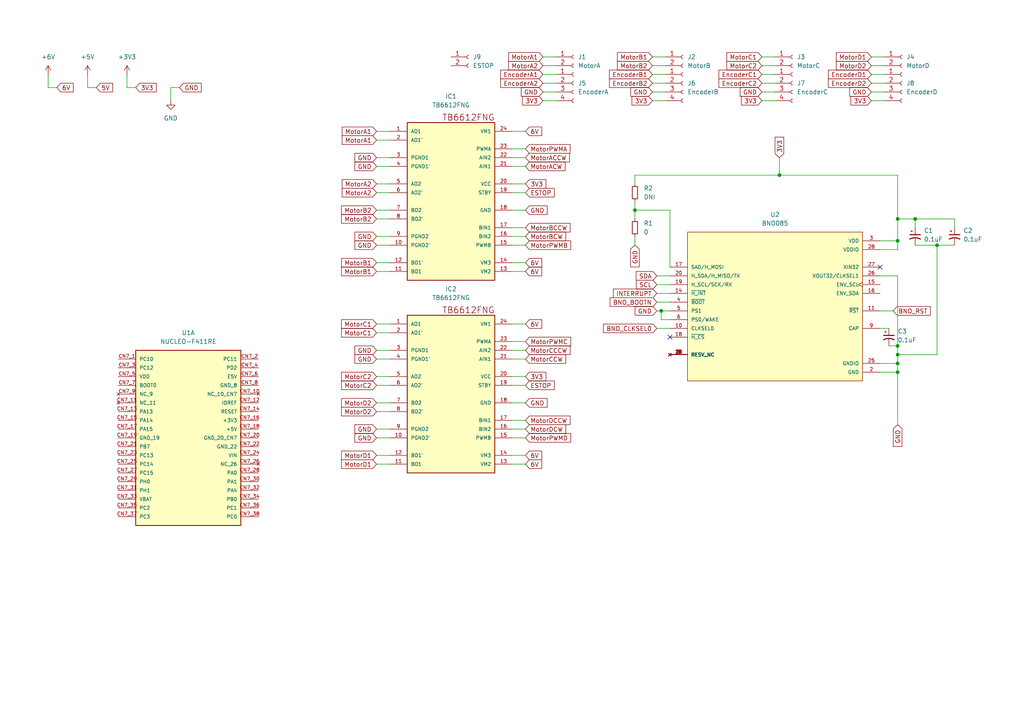
<source format=kicad_sch>
(kicad_sch (version 20231120) (generator "eeschema") (generator_version "8.0")
  (paper "A4")
  (lib_symbols
    (symbol "BNO085:BNO085" (pin_names (offset 1.016))
      (property "Reference" "U" (at -25.4 21.59 0))
      (property "Value" "BNO085" (at -25.4 -25.4 0))
      (symbol "BNO085_0_0"
        (rectangle (start -25.4 -22.86) (end 25.4 20.32) (stroke (width 0.1524)) (fill (type background)))
        (pin no_connect line (at -30.48 -15.24 0) (length 5.08) (name "RESV_NC") (number "1"))
        (pin input line (at -30.48 -7.62 0) (length 5.08) (name "CLKSEL0") (number "10"))
        (pin input line (at 30.48 -2.54 180) (length 5.08) (name "~{RST}") (number "11"))
        (pin no_connect line (at -30.48 -15.24 0) (length 5.08) (name "RESV_NC") (number "12"))
        (pin no_connect line (at -30.48 -15.24 0) (length 5.08) (name "RESV_NC") (number "13"))
        (pin output line (at -30.48 2.54 0) (length 5.08) (name "~{H_INT}") (number "14"))
        (pin bidirectional clock (at 30.48 5.08 180) (length 5.08) (name "ENV_SCL") (number "15"))
        (pin bidirectional line (at 30.48 2.54 180) (length 5.08) (name "ENV_SDA") (number "16"))
        (pin input line (at -30.48 10.16 0) (length 5.08) (name "SA0/H_MOSI") (number "17"))
        (pin input line (at -30.48 -10.16 0) (length 5.08) (name "~{H_CS}") (number "18"))
        (pin bidirectional line (at -30.48 5.08 0) (length 5.08) (name "H_SCL/SCK/RX") (number "19"))
        (pin power_in line (at 30.48 -20.32 180) (length 5.08) (name "GND") (number "2"))
        (pin bidirectional line (at -30.48 7.62 0) (length 5.08) (name "H_SDA/H_MISO/TX") (number "20"))
        (pin no_connect line (at -30.48 -15.24 0) (length 5.08) (name "RESV_NC") (number "21"))
        (pin no_connect line (at -30.48 -15.24 0) (length 5.08) (name "RESV_NC") (number "22"))
        (pin no_connect line (at -30.48 -15.24 0) (length 5.08) (name "RESV_NC") (number "23"))
        (pin no_connect line (at -30.48 -15.24 0) (length 5.08) (name "RESV_NC") (number "24"))
        (pin power_in line (at 30.48 -17.78 180) (length 5.08) (name "GNDIO") (number "25"))
        (pin output line (at 30.48 7.62 180) (length 5.08) (name "XOUT32/CLKSEL1") (number "26"))
        (pin input line (at 30.48 10.16 180) (length 5.08) (name "XIN32") (number "27"))
        (pin power_in line (at 30.48 15.24 180) (length 5.08) (name "VDDIO") (number "28"))
        (pin power_in line (at 30.48 17.78 180) (length 5.08) (name "VDD") (number "3"))
        (pin input line (at -30.48 0 0) (length 5.08) (name "~{BOOT}") (number "4"))
        (pin input line (at -30.48 -2.54 0) (length 5.08) (name "PS1") (number "5"))
        (pin input line (at -30.48 -5.08 0) (length 5.08) (name "PS0/WAKE") (number "6"))
        (pin no_connect line (at -30.48 -15.24 0) (length 5.08) (name "RESV_NC") (number "7"))
        (pin no_connect line (at -30.48 -15.24 0) (length 5.08) (name "RESV_NC") (number "8"))
        (pin passive line (at 30.48 -7.62 180) (length 5.08) (name "CAP") (number "9"))
      )
    )
    (symbol "Connector:Conn_01x02_Socket" (pin_names (offset 1.016) hide)
      (property "Reference" "J" (at 0 2.54 0))
      (property "Value" "Conn_01x02_Socket" (at 0 -5.08 0))
      (symbol "Conn_01x02_Socket_1_1"
        (arc (start 0 -2.032) (mid -0.5058 -2.54) (end 0 -3.048) (stroke (width 0.1524)))
        (polyline (pts (xy -1.27 -2.54) (xy -0.508 -2.54)) (stroke (width 0.1524)))
        (polyline (pts (xy -1.27 0) (xy -0.508 0)) (stroke (width 0.1524)))
        (arc (start 0 0.508) (mid -0.5058 0) (end 0 -0.508) (stroke (width 0.1524)))
        (pin passive line (at -5.08 0 0) (length 3.81) (name "Pin_1") (number "1"))
        (pin passive line (at -5.08 -2.54 0) (length 3.81) (name "Pin_2") (number "2"))
      )
    )
    (symbol "Connector:Conn_01x04_Socket" (pin_names (offset 1.016) hide)
      (property "Reference" "J" (at 0 5.08 0))
      (property "Value" "Conn_01x04_Socket" (at 0 -7.62 0))
      (symbol "Conn_01x04_Socket_1_1"
        (arc (start 0 -4.572) (mid -0.5058 -5.08) (end 0 -5.588) (stroke (width 0.1524)))
        (arc (start 0 -2.032) (mid -0.5058 -2.54) (end 0 -3.048) (stroke (width 0.1524)))
        (polyline (pts (xy -1.27 -5.08) (xy -0.508 -5.08)) (stroke (width 0.1524)))
        (polyline (pts (xy -1.27 -2.54) (xy -0.508 -2.54)) (stroke (width 0.1524)))
        (polyline (pts (xy -1.27 0) (xy -0.508 0)) (stroke (width 0.1524)))
        (polyline (pts (xy -1.27 2.54) (xy -0.508 2.54)) (stroke (width 0.1524)))
        (arc (start 0 0.508) (mid -0.5058 0) (end 0 -0.508) (stroke (width 0.1524)))
        (arc (start 0 3.048) (mid -0.5058 2.54) (end 0 2.032) (stroke (width 0.1524)))
        (pin passive line (at -5.08 2.54 0) (length 3.81) (name "Pin_1") (number "1"))
        (pin passive line (at -5.08 0 0) (length 3.81) (name "Pin_2") (number "2"))
        (pin passive line (at -5.08 -2.54 0) (length 3.81) (name "Pin_3") (number "3"))
        (pin passive line (at -5.08 -5.08 0) (length 3.81) (name "Pin_4") (number "4"))
      )
    )
    (symbol "Device:C_Polarized_Small_US" (pin_numbers hide) (pin_names (offset 0.254) hide)
      (property "Reference" "C" (at 0.254 1.778 0))
      (property "Value" "C_Polarized_Small_US" (at 0.254 -2.032 0))
      (symbol "C_Polarized_Small_US_0_1"
        (polyline (pts (xy -1.524 0.508) (xy 1.524 0.508)) (stroke (width 0.3048)))
        (polyline (pts (xy -1.27 1.524) (xy -0.762 1.524)))
        (polyline (pts (xy -1.016 1.27) (xy -1.016 1.778)))
        (arc (start 1.524 -0.762) (mid 0 -0.3734) (end -1.524 -0.762) (stroke (width 0.3048)))
      )
      (symbol "C_Polarized_Small_US_1_1"
        (pin passive line (at 0 2.54 270) (length 2.032) (name "~") (number "1"))
        (pin passive line (at 0 -2.54 90) (length 2.032) (name "~") (number "2"))
      )
    )
    (symbol "Device:R_Small" (pin_numbers hide) (pin_names (offset 0.254) hide)
      (property "Reference" "R" (at 0.762 0.508 0))
      (property "Value" "R_Small" (at 0.762 -1.016 0))
      (symbol "R_Small_0_1"
        (rectangle (start -0.762 1.778) (end 0.762 -1.778) (stroke (width 0.2032)))
      )
      (symbol "R_Small_1_1"
        (pin passive line (at 0 2.54 270) (length 0.762) (name "~") (number "1"))
        (pin passive line (at 0 -2.54 90) (length 0.762) (name "~") (number "2"))
      )
    )
    (symbol "NUCLEO-F411RE:NUCLEO-F411RE" (pin_names (offset 1.016))
      (property "Reference" "U" (at -15.24 25.908 0))
      (property "Value" "NUCLEO-F411RE" (at -15.24 -26.67 0))
      (symbol "NUCLEO-F411RE_1_0"
        (rectangle (start -15.24 -25.4) (end 15.24 25.4) (stroke (width 0.254)) (fill (type background)))
        (pin bidirectional line (at -20.32 22.86 0) (length 5.08) (name "PC10") (number "CN7_1"))
        (pin no_connect line (at 20.32 12.7 180) (length 5.08) (name "NC_10_CN7") (number "CN7_10"))
        (pin no_connect line (at -20.32 10.16 0) (length 5.08) (name "NC_11") (number "CN7_11"))
        (pin bidirectional line (at 20.32 10.16 180) (length 5.08) (name "IOREF") (number "CN7_12"))
        (pin bidirectional line (at -20.32 7.62 0) (length 5.08) (name "PA13") (number "CN7_13"))
        (pin bidirectional line (at 20.32 7.62 180) (length 5.08) (name "RESET") (number "CN7_14"))
        (pin bidirectional line (at -20.32 5.08 0) (length 5.08) (name "PA14") (number "CN7_15"))
        (pin power_in line (at 20.32 5.08 180) (length 5.08) (name "+3V3") (number "CN7_16"))
        (pin bidirectional line (at -20.32 2.54 0) (length 5.08) (name "PA15") (number "CN7_17"))
        (pin power_in line (at 20.32 2.54 180) (length 5.08) (name "+5V") (number "CN7_18"))
        (pin power_in line (at -20.32 0 0) (length 5.08) (name "GND_19") (number "CN7_19"))
        (pin bidirectional line (at 20.32 22.86 180) (length 5.08) (name "PC11") (number "CN7_2"))
        (pin power_in line (at 20.32 0 180) (length 5.08) (name "GND_20_CN7") (number "CN7_20"))
        (pin bidirectional line (at -20.32 -2.54 0) (length 5.08) (name "PB7") (number "CN7_21"))
        (pin power_in line (at 20.32 -2.54 180) (length 5.08) (name "GND_22") (number "CN7_22"))
        (pin bidirectional line (at -20.32 -5.08 0) (length 5.08) (name "PC13") (number "CN7_23"))
        (pin bidirectional line (at 20.32 -5.08 180) (length 5.08) (name "VIN") (number "CN7_24"))
        (pin bidirectional line (at -20.32 -7.62 0) (length 5.08) (name "PC14") (number "CN7_25"))
        (pin no_connect line (at 20.32 -7.62 180) (length 5.08) (name "NC_26") (number "CN7_26"))
        (pin bidirectional line (at -20.32 -10.16 0) (length 5.08) (name "PC15") (number "CN7_27"))
        (pin bidirectional line (at 20.32 -10.16 180) (length 5.08) (name "PA0") (number "CN7_28"))
        (pin bidirectional line (at -20.32 -12.7 0) (length 5.08) (name "PH0") (number "CN7_29"))
        (pin bidirectional line (at -20.32 20.32 0) (length 5.08) (name "PC12") (number "CN7_3"))
        (pin bidirectional line (at 20.32 -12.7 180) (length 5.08) (name "PA1") (number "CN7_30"))
        (pin bidirectional line (at -20.32 -15.24 0) (length 5.08) (name "PH1") (number "CN7_31"))
        (pin bidirectional line (at 20.32 -15.24 180) (length 5.08) (name "PA4") (number "CN7_32"))
        (pin power_in line (at -20.32 -17.78 0) (length 5.08) (name "VBAT") (number "CN7_33"))
        (pin bidirectional line (at 20.32 -17.78 180) (length 5.08) (name "PB0") (number "CN7_34"))
        (pin bidirectional line (at -20.32 -20.32 0) (length 5.08) (name "PC2") (number "CN7_35"))
        (pin bidirectional line (at 20.32 -20.32 180) (length 5.08) (name "PC1") (number "CN7_36"))
        (pin bidirectional line (at -20.32 -22.86 0) (length 5.08) (name "PC3") (number "CN7_37"))
        (pin bidirectional line (at 20.32 -22.86 180) (length 5.08) (name "PC0") (number "CN7_38"))
        (pin bidirectional line (at 20.32 20.32 180) (length 5.08) (name "PD2") (number "CN7_4"))
        (pin power_in line (at -20.32 17.78 0) (length 5.08) (name "VDD") (number "CN7_5"))
        (pin power_in line (at 20.32 17.78 180) (length 5.08) (name "E5V") (number "CN7_6"))
        (pin bidirectional line (at -20.32 15.24 0) (length 5.08) (name "BOOT0") (number "CN7_7"))
        (pin power_in line (at 20.32 15.24 180) (length 5.08) (name "GND_8") (number "CN7_8"))
        (pin no_connect line (at -20.32 12.7 0) (length 5.08) (name "NC_9") (number "CN7_9"))
      )
      (symbol "NUCLEO-F411RE_2_0"
        (rectangle (start -15.24 -25.4) (end 15.24 25.4) (stroke (width 0.254)) (fill (type background)))
        (pin bidirectional line (at -20.32 22.86 0) (length 5.08) (name "PC9") (number "CN10_1"))
        (pin no_connect line (at 20.32 12.7 180) (length 5.08) (name "NC_10_CN10") (number "CN10_10"))
        (pin bidirectional line (at -20.32 10.16 0) (length 5.08) (name "PA5") (number "CN10_11"))
        (pin bidirectional line (at 20.32 10.16 180) (length 5.08) (name "PA12") (number "CN10_12"))
        (pin bidirectional line (at -20.32 7.62 0) (length 5.08) (name "PA6") (number "CN10_13"))
        (pin bidirectional line (at 20.32 7.62 180) (length 5.08) (name "PA11") (number "CN10_14"))
        (pin bidirectional line (at -20.32 5.08 0) (length 5.08) (name "PA7") (number "CN10_15"))
        (pin bidirectional line (at 20.32 5.08 180) (length 5.08) (name "PB12") (number "CN10_16"))
        (pin bidirectional line (at -20.32 2.54 0) (length 5.08) (name "PB6") (number "CN10_17"))
        (pin no_connect line (at 20.32 2.54 180) (length 5.08) (name "NC_18") (number "CN10_18"))
        (pin bidirectional line (at -20.32 0 0) (length 5.08) (name "PC7") (number "CN10_19"))
        (pin bidirectional line (at 20.32 22.86 180) (length 5.08) (name "PC8") (number "CN10_2"))
        (pin power_in line (at 20.32 0 180) (length 5.08) (name "GND_20_CN10") (number "CN10_20"))
        (pin bidirectional line (at -20.32 -2.54 0) (length 5.08) (name "PA9") (number "CN10_21"))
        (pin bidirectional line (at 20.32 -2.54 180) (length 5.08) (name "PB2") (number "CN10_22"))
        (pin bidirectional line (at -20.32 -5.08 0) (length 5.08) (name "PA8") (number "CN10_23"))
        (pin bidirectional line (at 20.32 -5.08 180) (length 5.08) (name "PB1") (number "CN10_24"))
        (pin bidirectional line (at -20.32 -7.62 0) (length 5.08) (name "PB10") (number "CN10_25"))
        (pin bidirectional line (at 20.32 -7.62 180) (length 5.08) (name "PB15") (number "CN10_26"))
        (pin bidirectional line (at -20.32 -10.16 0) (length 5.08) (name "PB4") (number "CN10_27"))
        (pin bidirectional line (at 20.32 -10.16 180) (length 5.08) (name "PB14") (number "CN10_28"))
        (pin bidirectional line (at -20.32 -12.7 0) (length 5.08) (name "PB5") (number "CN10_29"))
        (pin bidirectional line (at -20.32 20.32 0) (length 5.08) (name "PB8") (number "CN10_3"))
        (pin bidirectional line (at 20.32 -12.7 180) (length 5.08) (name "PB13") (number "CN10_30"))
        (pin bidirectional line (at -20.32 -15.24 0) (length 5.08) (name "PB3") (number "CN10_31"))
        (pin power_in line (at 20.32 -15.24 180) (length 5.08) (name "AGND") (number "CN10_32"))
        (pin bidirectional line (at -20.32 -17.78 0) (length 5.08) (name "PA10") (number "CN10_33"))
        (pin bidirectional line (at 20.32 -17.78 180) (length 5.08) (name "PC4") (number "CN10_34"))
        (pin bidirectional line (at -20.32 -20.32 0) (length 5.08) (name "PA2") (number "CN10_35"))
        (pin no_connect line (at 20.32 -20.32 180) (length 5.08) (name "NC_36") (number "CN10_36"))
        (pin bidirectional line (at -20.32 -22.86 0) (length 5.08) (name "PA3") (number "CN10_37"))
        (pin no_connect line (at 20.32 -22.86 180) (length 5.08) (name "NC_38") (number "CN10_38"))
        (pin bidirectional line (at 20.32 20.32 180) (length 5.08) (name "PC6") (number "CN10_4"))
        (pin bidirectional line (at -20.32 17.78 0) (length 5.08) (name "PB9") (number "CN10_5"))
        (pin bidirectional line (at 20.32 17.78 180) (length 5.08) (name "PC5") (number "CN10_6"))
        (pin power_in line (at -20.32 15.24 0) (length 5.08) (name "AVDD") (number "CN10_7"))
        (pin power_in line (at 20.32 15.24 180) (length 5.08) (name "U5V") (number "CN10_8"))
        (pin power_in line (at -20.32 12.7 0) (length 5.08) (name "GND_9") (number "CN10_9"))
      )
      (symbol "NUCLEO-F411RE_3_0"
        (rectangle (start -15.24 -5.08) (end 15.24 2.54) (stroke (width 0.254)) (fill (type background)))
        (pin passive line (at -20.32 0 0) (length 5.08) (name "CN11_1") (number "CN11_1"))
        (pin passive line (at -20.32 -2.54 0) (length 5.08) (name "CN11_2") (number "CN11_2"))
        (pin passive line (at 20.32 0 180) (length 5.08) (name "CN12_1") (number "CN12_1"))
        (pin passive line (at 20.32 -2.54 180) (length 5.08) (name "CN12_2") (number "CN12_2"))
      )
    )
    (symbol "TB6612FNG:TB6612FNG" (pin_names (offset 1.016))
      (property "Reference" "IC" (at -2.54 -25.4 0))
      (property "Value" "TB6612FNG" (at 0 0 0))
      (symbol "TB6612FNG_0_0"
        (rectangle (start -12.7 -22.86) (end 12.7 22.86) (stroke (width 0.254)) (fill (type background)))
        (text "TB6612FNG" (at 12.7 25.4 0) (effects (font (size 1.778 1.778)) (justify right top)))
        (pin output line (at -17.78 20.32 0) (length 5.08) (name "AO1") (number "1"))
        (pin power_in line (at -17.78 -12.7 0) (length 5.08) (name "PGND2'") (number "10"))
        (pin output line (at -17.78 -20.32 0) (length 5.08) (name "BO1") (number "11"))
        (pin output line (at -17.78 -17.78 0) (length 5.08) (name "BO1'") (number "12"))
        (pin power_in line (at 17.78 -20.32 180) (length 5.08) (name "VM2") (number "13"))
        (pin power_in line (at 17.78 -17.78 180) (length 5.08) (name "VM3") (number "14"))
        (pin input line (at 17.78 -12.7 180) (length 5.08) (name "PWMB") (number "15"))
        (pin input line (at 17.78 -10.16 180) (length 5.08) (name "BIN2") (number "16"))
        (pin input line (at 17.78 -7.62 180) (length 5.08) (name "BIN1") (number "17"))
        (pin power_in line (at 17.78 -2.54 180) (length 5.08) (name "GND") (number "18"))
        (pin input line (at 17.78 2.54 180) (length 5.08) (name "STBY") (number "19"))
        (pin output line (at -17.78 17.78 0) (length 5.08) (name "AO1'") (number "2"))
        (pin power_in line (at 17.78 5.08 180) (length 5.08) (name "VCC") (number "20"))
        (pin input line (at 17.78 10.16 180) (length 5.08) (name "AIN1") (number "21"))
        (pin input line (at 17.78 12.7 180) (length 5.08) (name "AIN2") (number "22"))
        (pin input line (at 17.78 15.24 180) (length 5.08) (name "PWMA") (number "23"))
        (pin power_in line (at 17.78 20.32 180) (length 5.08) (name "VM1") (number "24"))
        (pin power_in line (at -17.78 12.7 0) (length 5.08) (name "PGND1") (number "3"))
        (pin power_in line (at -17.78 10.16 0) (length 5.08) (name "PGND1'") (number "4"))
        (pin output line (at -17.78 5.08 0) (length 5.08) (name "AO2") (number "5"))
        (pin output line (at -17.78 2.54 0) (length 5.08) (name "AO2'") (number "6"))
        (pin output line (at -17.78 -2.54 0) (length 5.08) (name "BO2") (number "7"))
        (pin output line (at -17.78 -5.08 0) (length 5.08) (name "BO2'") (number "8"))
        (pin power_in line (at -17.78 -10.16 0) (length 5.08) (name "PGND2") (number "9"))
      )
    )
    (symbol "power:+3V3" (power) (pin_numbers hide) (pin_names (offset 0) hide)
      (property "Value" "+3V3" (at 0 3.556 0))
      (symbol "+3V3_0_1"
        (polyline (pts (xy -0.762 1.27) (xy 0 2.54)))
        (polyline (pts (xy 0 0) (xy 0 2.54)))
        (polyline (pts (xy 0 2.54) (xy 0.762 1.27)))
      )
      (symbol "+3V3_1_1"
        (pin power_in line (at 0 0 90) (length 0) (name "~") (number "1"))
      )
    )
    (symbol "power:+5V" (power) (pin_numbers hide) (pin_names (offset 0) hide)
      (property "Value" "+5V" (at 0 3.556 0))
      (symbol "+5V_0_1"
        (polyline (pts (xy -0.762 1.27) (xy 0 2.54)))
        (polyline (pts (xy 0 0) (xy 0 2.54)))
        (polyline (pts (xy 0 2.54) (xy 0.762 1.27)))
      )
      (symbol "+5V_1_1"
        (pin power_in line (at 0 0 90) (length 0) (name "~") (number "1"))
      )
    )
    (symbol "power:+6V" (power) (pin_numbers hide) (pin_names (offset 0) hide)
      (property "Value" "+6V" (at 0 3.556 0))
      (symbol "+6V_0_1"
        (polyline (pts (xy -0.762 1.27) (xy 0 2.54)))
        (polyline (pts (xy 0 0) (xy 0 2.54)))
        (polyline (pts (xy 0 2.54) (xy 0.762 1.27)))
      )
      (symbol "+6V_1_1"
        (pin power_in line (at 0 0 90) (length 0) (name "~") (number "1"))
      )
    )
    (symbol "power:GND" (power) (pin_numbers hide) (pin_names (offset 0) hide)
      (property "Value" "GND" (at 0 -3.81 0))
      (symbol "GND_0_1"
        (polyline (pts (xy 0 0) (xy 0 -1.27) (xy 1.27 -1.27) (xy 0 -2.54) (xy -1.27 -1.27) (xy 0 -1.27)))
      )
      (symbol "GND_1_1"
        (pin power_in line (at 0 0 270) (length 0) (name "~") (number "1"))
      )
    )
  )
  (junction (at 260.35 107.95))
  (junction (at 260.35 105.41))
  (junction (at 265.43 63.5))
  (junction (at 260.35 69.85))
  (junction (at 184.15 60.96))
  (junction (at 260.35 100.33))
  (junction (at 260.35 102.87))
  (junction (at 260.35 63.5))
  (junction (at 271.78 71.12))
  (junction (at 226.06 50.8))
  (junction (at 191.77 90.17))
  (no_connect (at 194.31 97.79))
  (no_connect (at 255.27 77.47))
  (wire (pts (xy 252.73 21.59) (xy 256.54 21.59)))
  (wire (pts (xy 276.86 63.5) (xy 265.43 63.5)))
  (wire (pts (xy 157.48 19.05) (xy 161.29 19.05)))
  (wire (pts (xy 109.22 63.5) (xy 113.03 63.5)))
  (wire (pts (xy 157.48 29.21) (xy 161.29 29.21)))
  (wire (pts (xy 189.23 26.67) (xy 193.04 26.67)))
  (wire (pts (xy 13.97 25.4) (xy 16.51 25.4)))
  (wire (pts (xy 109.22 127) (xy 113.03 127)))
  (wire (pts (xy 152.4 68.58) (xy 148.59 68.58)))
  (wire (pts (xy 109.22 78.74) (xy 113.03 78.74)))
  (wire (pts (xy 265.43 71.12) (xy 271.78 71.12)))
  (wire (pts (xy 109.22 124.46) (xy 113.03 124.46)))
  (wire (pts (xy 226.06 50.8) (xy 260.35 50.8)))
  (wire (pts (xy 152.4 55.88) (xy 148.59 55.88)))
  (wire (pts (xy 152.4 99.06) (xy 148.59 99.06)))
  (wire (pts (xy 255.27 107.95) (xy 260.35 107.95)))
  (wire (pts (xy 220.98 26.67) (xy 224.79 26.67)))
  (wire (pts (xy 194.31 60.96) (xy 184.15 60.96)))
  (wire (pts (xy 152.4 104.14) (xy 148.59 104.14)))
  (wire (pts (xy 190.5 95.25) (xy 194.31 95.25)))
  (wire (pts (xy 271.78 102.87) (xy 260.35 102.87)))
  (wire (pts (xy 255.27 105.41) (xy 260.35 105.41)))
  (wire (pts (xy 255.27 90.17) (xy 259.08 90.17)))
  (wire (pts (xy 152.4 101.6) (xy 148.59 101.6)))
  (wire (pts (xy 226.06 45.72) (xy 226.06 50.8)))
  (wire (pts (xy 260.35 107.95) (xy 260.35 123.19)))
  (wire (pts (xy 109.22 38.1) (xy 113.03 38.1)))
  (wire (pts (xy 109.22 68.58) (xy 113.03 68.58)))
  (wire (pts (xy 25.4 21.59) (xy 25.4 25.4)))
  (wire (pts (xy 152.4 111.76) (xy 148.59 111.76)))
  (wire (pts (xy 109.22 134.62) (xy 113.03 134.62)))
  (wire (pts (xy 191.77 92.71) (xy 191.77 90.17)))
  (wire (pts (xy 194.31 77.47) (xy 194.31 60.96)))
  (wire (pts (xy 220.98 29.21) (xy 224.79 29.21)))
  (wire (pts (xy 257.81 100.33) (xy 260.35 100.33)))
  (wire (pts (xy 255.27 80.01) (xy 260.35 80.01)))
  (wire (pts (xy 109.22 109.22) (xy 113.03 109.22)))
  (wire (pts (xy 260.35 80.01) (xy 260.35 100.33)))
  (wire (pts (xy 265.43 66.04) (xy 265.43 63.5)))
  (wire (pts (xy 36.83 25.4) (xy 36.83 21.59)))
  (wire (pts (xy 255.27 95.25) (xy 257.81 95.25)))
  (wire (pts (xy 152.4 43.18) (xy 148.59 43.18)))
  (wire (pts (xy 252.73 26.67) (xy 256.54 26.67)))
  (wire (pts (xy 152.4 53.34) (xy 148.59 53.34)))
  (wire (pts (xy 109.22 71.12) (xy 113.03 71.12)))
  (wire (pts (xy 152.4 48.26) (xy 148.59 48.26)))
  (wire (pts (xy 152.4 127) (xy 148.59 127)))
  (wire (pts (xy 260.35 69.85) (xy 260.35 63.5)))
  (wire (pts (xy 13.97 21.59) (xy 13.97 25.4)))
  (wire (pts (xy 260.35 102.87) (xy 260.35 105.41)))
  (wire (pts (xy 152.4 121.92) (xy 148.59 121.92)))
  (wire (pts (xy 184.15 50.8) (xy 184.15 53.34)))
  (wire (pts (xy 109.22 104.14) (xy 113.03 104.14)))
  (wire (pts (xy 152.4 124.46) (xy 148.59 124.46)))
  (wire (pts (xy 152.4 60.96) (xy 148.59 60.96)))
  (wire (pts (xy 157.48 21.59) (xy 161.29 21.59)))
  (wire (pts (xy 260.35 63.5) (xy 265.43 63.5)))
  (wire (pts (xy 184.15 58.42) (xy 184.15 60.96)))
  (wire (pts (xy 157.48 26.67) (xy 161.29 26.67)))
  (wire (pts (xy 157.48 16.51) (xy 161.29 16.51)))
  (wire (pts (xy 255.27 72.39) (xy 260.35 72.39)))
  (wire (pts (xy 189.23 29.21) (xy 193.04 29.21)))
  (wire (pts (xy 109.22 111.76) (xy 113.03 111.76)))
  (wire (pts (xy 109.22 48.26) (xy 113.03 48.26)))
  (wire (pts (xy 152.4 93.98) (xy 148.59 93.98)))
  (wire (pts (xy 271.78 71.12) (xy 276.86 71.12)))
  (wire (pts (xy 109.22 101.6) (xy 113.03 101.6)))
  (wire (pts (xy 109.22 53.34) (xy 113.03 53.34)))
  (wire (pts (xy 152.4 38.1) (xy 148.59 38.1)))
  (wire (pts (xy 152.4 116.84) (xy 148.59 116.84)))
  (wire (pts (xy 109.22 96.52) (xy 113.03 96.52)))
  (wire (pts (xy 190.5 85.09) (xy 194.31 85.09)))
  (wire (pts (xy 220.98 21.59) (xy 224.79 21.59)))
  (wire (pts (xy 190.5 80.01) (xy 194.31 80.01)))
  (wire (pts (xy 260.35 72.39) (xy 260.35 69.85)))
  (wire (pts (xy 109.22 60.96) (xy 113.03 60.96)))
  (wire (pts (xy 194.31 92.71) (xy 191.77 92.71)))
  (wire (pts (xy 109.22 116.84) (xy 113.03 116.84)))
  (wire (pts (xy 39.37 25.4) (xy 36.83 25.4)))
  (wire (pts (xy 49.53 25.4) (xy 52.07 25.4)))
  (wire (pts (xy 260.35 100.33) (xy 260.35 102.87)))
  (wire (pts (xy 49.53 29.21) (xy 49.53 25.4)))
  (wire (pts (xy 152.4 78.74) (xy 148.59 78.74)))
  (wire (pts (xy 152.4 76.2) (xy 148.59 76.2)))
  (wire (pts (xy 152.4 71.12) (xy 148.59 71.12)))
  (wire (pts (xy 252.73 24.13) (xy 256.54 24.13)))
  (wire (pts (xy 152.4 109.22) (xy 148.59 109.22)))
  (wire (pts (xy 220.98 24.13) (xy 224.79 24.13)))
  (wire (pts (xy 255.27 69.85) (xy 260.35 69.85)))
  (wire (pts (xy 109.22 76.2) (xy 113.03 76.2)))
  (wire (pts (xy 189.23 21.59) (xy 193.04 21.59)))
  (wire (pts (xy 276.86 66.04) (xy 276.86 63.5)))
  (wire (pts (xy 252.73 19.05) (xy 256.54 19.05)))
  (wire (pts (xy 184.15 60.96) (xy 184.15 63.5)))
  (wire (pts (xy 190.5 90.17) (xy 191.77 90.17)))
  (wire (pts (xy 109.22 55.88) (xy 113.03 55.88)))
  (wire (pts (xy 157.48 24.13) (xy 161.29 24.13)))
  (wire (pts (xy 109.22 93.98) (xy 113.03 93.98)))
  (wire (pts (xy 190.5 82.55) (xy 194.31 82.55)))
  (wire (pts (xy 220.98 16.51) (xy 224.79 16.51)))
  (wire (pts (xy 152.4 132.08) (xy 148.59 132.08)))
  (wire (pts (xy 109.22 119.38) (xy 113.03 119.38)))
  (wire (pts (xy 189.23 24.13) (xy 193.04 24.13)))
  (wire (pts (xy 271.78 71.12) (xy 271.78 102.87)))
  (wire (pts (xy 189.23 19.05) (xy 193.04 19.05)))
  (wire (pts (xy 260.35 50.8) (xy 260.35 63.5)))
  (wire (pts (xy 189.23 16.51) (xy 193.04 16.51)))
  (wire (pts (xy 184.15 68.58) (xy 184.15 71.12)))
  (wire (pts (xy 109.22 40.64) (xy 113.03 40.64)))
  (wire (pts (xy 252.73 29.21) (xy 256.54 29.21)))
  (wire (pts (xy 109.22 45.72) (xy 113.03 45.72)))
  (wire (pts (xy 220.98 19.05) (xy 224.79 19.05)))
  (wire (pts (xy 191.77 90.17) (xy 194.31 90.17)))
  (wire (pts (xy 260.35 105.41) (xy 260.35 107.95)))
  (wire (pts (xy 152.4 45.72) (xy 148.59 45.72)))
  (wire (pts (xy 190.5 87.63) (xy 194.31 87.63)))
  (wire (pts (xy 152.4 134.62) (xy 148.59 134.62)))
  (wire (pts (xy 184.15 50.8) (xy 226.06 50.8)))
  (wire (pts (xy 252.73 16.51) (xy 256.54 16.51)))
  (wire (pts (xy 152.4 66.04) (xy 148.59 66.04)))
  (wire (pts (xy 109.22 132.08) (xy 113.03 132.08)))
  (wire (pts (xy 25.4 25.4) (xy 27.94 25.4)))
  (global_label "MotorD2" (shape input) (at 109.22 119.38 180) (property "Intersheetrefs" "${INTERSHEET_REFS}" (effects (hide yes))))
  (global_label "GND" (shape input) (at 260.35 123.19 270) (property "Intersheetrefs" "${INTERSHEET_REFS}" (effects (hide yes))))
  (global_label "3V3" (shape input) (at 152.4 109.22 0) (property "Intersheetrefs" "${INTERSHEET_REFS}" (effects (hide yes))))
  (global_label "MotorBCCW" (shape input) (at 152.4 66.04 0) (property "Intersheetrefs" "${INTERSHEET_REFS}" (effects (hide yes))))
  (global_label "GND" (shape input) (at 109.22 48.26 180) (property "Intersheetrefs" "${INTERSHEET_REFS}" (effects (hide yes))))
  (global_label "MotorB2" (shape input) (at 109.22 60.96 180) (property "Intersheetrefs" "${INTERSHEET_REFS}" (effects (hide yes))))
  (global_label "5V" (shape input) (at 27.94 25.4 0) (property "Intersheetrefs" "${INTERSHEET_REFS}" (effects (hide yes))))
  (global_label "EncoderC1" (shape input) (at 220.98 21.59 180) (property "Intersheetrefs" "${INTERSHEET_REFS}" (effects (hide yes))))
  (global_label "3V3" (shape input) (at 39.37 25.4 0) (property "Intersheetrefs" "${INTERSHEET_REFS}" (effects (hide yes))))
  (global_label "SDA" (shape input) (at 190.5 80.01 180) (property "Intersheetrefs" "${INTERSHEET_REFS}" (effects (hide yes))))
  (global_label "6V" (shape input) (at 152.4 76.2 0) (property "Intersheetrefs" "${INTERSHEET_REFS}" (effects (hide yes))))
  (global_label "MotorDCCW" (shape input) (at 152.4 121.92 0) (property "Intersheetrefs" "${INTERSHEET_REFS}" (effects (hide yes))))
  (global_label "EncoderC2" (shape input) (at 220.98 24.13 180) (property "Intersheetrefs" "${INTERSHEET_REFS}" (effects (hide yes))))
  (global_label "MotorC1" (shape input) (at 109.22 96.52 180) (property "Intersheetrefs" "${INTERSHEET_REFS}" (effects (hide yes))))
  (global_label "MotorCCW" (shape input) (at 152.4 104.14 0) (property "Intersheetrefs" "${INTERSHEET_REFS}" (effects (hide yes))))
  (global_label "SCL" (shape input) (at 190.5 82.55 180) (property "Intersheetrefs" "${INTERSHEET_REFS}" (effects (hide yes))))
  (global_label "MotorD2" (shape input) (at 109.22 116.84 180) (property "Intersheetrefs" "${INTERSHEET_REFS}" (effects (hide yes))))
  (global_label "MotorD1" (shape input) (at 252.73 16.51 180) (property "Intersheetrefs" "${INTERSHEET_REFS}" (effects (hide yes))))
  (global_label "MotorA2" (shape input) (at 109.22 55.88 180) (property "Intersheetrefs" "${INTERSHEET_REFS}" (effects (hide yes))))
  (global_label "MotorCCCW" (shape input) (at 152.4 101.6 0) (property "Intersheetrefs" "${INTERSHEET_REFS}" (effects (hide yes))))
  (global_label "3V3" (shape input) (at 189.23 29.21 180) (property "Intersheetrefs" "${INTERSHEET_REFS}" (effects (hide yes))))
  (global_label "ESTOP" (shape input) (at 152.4 111.76 0) (property "Intersheetrefs" "${INTERSHEET_REFS}" (effects (hide yes))))
  (global_label "BNO_CLKSEL0" (shape input) (at 190.5 95.25 180) (property "Intersheetrefs" "${INTERSHEET_REFS}" (effects (hide yes))))
  (global_label "MotorB1" (shape input) (at 109.22 76.2 180) (property "Intersheetrefs" "${INTERSHEET_REFS}" (effects (hide yes))))
  (global_label "MotorDCW" (shape input) (at 152.4 124.46 0) (property "Intersheetrefs" "${INTERSHEET_REFS}" (effects (hide yes))))
  (global_label "GND" (shape input) (at 252.73 26.67 180) (property "Intersheetrefs" "${INTERSHEET_REFS}" (effects (hide yes))))
  (global_label "MotorB2" (shape input) (at 109.22 63.5 180) (property "Intersheetrefs" "${INTERSHEET_REFS}" (effects (hide yes))))
  (global_label "EncoderD1" (shape input) (at 252.73 21.59 180) (property "Intersheetrefs" "${INTERSHEET_REFS}" (effects (hide yes))))
  (global_label "MotorACCW" (shape input) (at 152.4 45.72 0) (property "Intersheetrefs" "${INTERSHEET_REFS}" (effects (hide yes))))
  (global_label "GND" (shape input) (at 220.98 26.67 180) (property "Intersheetrefs" "${INTERSHEET_REFS}" (effects (hide yes))))
  (global_label "3V3" (shape input) (at 157.48 29.21 180) (property "Intersheetrefs" "${INTERSHEET_REFS}" (effects (hide yes))))
  (global_label "6V" (shape input) (at 152.4 93.98 0) (property "Intersheetrefs" "${INTERSHEET_REFS}" (effects (hide yes))))
  (global_label "EncoderB2" (shape input) (at 189.23 24.13 180) (property "Intersheetrefs" "${INTERSHEET_REFS}" (effects (hide yes))))
  (global_label "INTERRUPT" (shape input) (at 190.5 85.09 180) (property "Intersheetrefs" "${INTERSHEET_REFS}" (effects (hide yes))))
  (global_label "BNO_RST" (shape input) (at 259.08 90.17 0) (property "Intersheetrefs" "${INTERSHEET_REFS}" (effects (hide yes))))
  (global_label "MotorC2" (shape input) (at 109.22 109.22 180) (property "Intersheetrefs" "${INTERSHEET_REFS}" (effects (hide yes))))
  (global_label "GND" (shape input) (at 184.15 71.12 270) (property "Intersheetrefs" "${INTERSHEET_REFS}" (effects (hide yes))))
  (global_label "MotorD1" (shape input) (at 109.22 134.62 180) (property "Intersheetrefs" "${INTERSHEET_REFS}" (effects (hide yes))))
  (global_label "6V" (shape input) (at 152.4 134.62 0) (property "Intersheetrefs" "${INTERSHEET_REFS}" (effects (hide yes))))
  (global_label "MotorPWMC" (shape input) (at 152.4 99.06 0) (property "Intersheetrefs" "${INTERSHEET_REFS}" (effects (hide yes))))
  (global_label "MotorBCW" (shape input) (at 152.4 68.58 0) (property "Intersheetrefs" "${INTERSHEET_REFS}" (effects (hide yes))))
  (global_label "MotorC2" (shape input) (at 220.98 19.05 180) (property "Intersheetrefs" "${INTERSHEET_REFS}" (effects (hide yes))))
  (global_label "MotorD1" (shape input) (at 109.22 132.08 180) (property "Intersheetrefs" "${INTERSHEET_REFS}" (effects (hide yes))))
  (global_label "BNO_BOOTN" (shape input) (at 190.5 87.63 180) (property "Intersheetrefs" "${INTERSHEET_REFS}" (effects (hide yes))))
  (global_label "MotorB1" (shape input) (at 109.22 78.74 180) (property "Intersheetrefs" "${INTERSHEET_REFS}" (effects (hide yes))))
  (global_label "GND" (shape input) (at 52.07 25.4 0) (property "Intersheetrefs" "${INTERSHEET_REFS}" (effects (hide yes))))
  (global_label "MotorA1" (shape input) (at 109.22 40.64 180) (property "Intersheetrefs" "${INTERSHEET_REFS}" (effects (hide yes))))
  (global_label "6V" (shape input) (at 152.4 38.1 0) (property "Intersheetrefs" "${INTERSHEET_REFS}" (effects (hide yes))))
  (global_label "3V3" (shape input) (at 152.4 53.34 0) (property "Intersheetrefs" "${INTERSHEET_REFS}" (effects (hide yes))))
  (global_label "3V3" (shape input) (at 220.98 29.21 180) (property "Intersheetrefs" "${INTERSHEET_REFS}" (effects (hide yes))))
  (global_label "6V" (shape input) (at 152.4 132.08 0) (property "Intersheetrefs" "${INTERSHEET_REFS}" (effects (hide yes))))
  (global_label "GND" (shape input) (at 109.22 68.58 180) (property "Intersheetrefs" "${INTERSHEET_REFS}" (effects (hide yes))))
  (global_label "MotorA1" (shape input) (at 157.48 16.51 180) (property "Intersheetrefs" "${INTERSHEET_REFS}" (effects (hide yes))))
  (global_label "6V" (shape input) (at 16.51 25.4 0) (property "Intersheetrefs" "${INTERSHEET_REFS}" (effects (hide yes))))
  (global_label "EncoderA1" (shape input) (at 157.48 21.59 180) (property "Intersheetrefs" "${INTERSHEET_REFS}" (effects (hide yes))))
  (global_label "GND" (shape input) (at 109.22 101.6 180) (property "Intersheetrefs" "${INTERSHEET_REFS}" (effects (hide yes))))
  (global_label "MotorC2" (shape input) (at 109.22 111.76 180) (property "Intersheetrefs" "${INTERSHEET_REFS}" (effects (hide yes))))
  (global_label "GND" (shape input) (at 157.48 26.67 180) (property "Intersheetrefs" "${INTERSHEET_REFS}" (effects (hide yes))))
  (global_label "MotorB1" (shape input) (at 189.23 16.51 180) (property "Intersheetrefs" "${INTERSHEET_REFS}" (effects (hide yes))))
  (global_label "MotorC1" (shape input) (at 109.22 93.98 180) (property "Intersheetrefs" "${INTERSHEET_REFS}" (effects (hide yes))))
  (global_label "EncoderA2" (shape input) (at 157.48 24.13 180) (property "Intersheetrefs" "${INTERSHEET_REFS}" (effects (hide yes))))
  (global_label "MotorA2" (shape input) (at 109.22 53.34 180) (property "Intersheetrefs" "${INTERSHEET_REFS}" (effects (hide yes))))
  (global_label "GND" (shape input) (at 109.22 104.14 180) (property "Intersheetrefs" "${INTERSHEET_REFS}" (effects (hide yes))))
  (global_label "MotorC1" (shape input) (at 220.98 16.51 180) (property "Intersheetrefs" "${INTERSHEET_REFS}" (effects (hide yes))))
  (global_label "MotorPWMB" (shape input) (at 152.4 71.12 0) (property "Intersheetrefs" "${INTERSHEET_REFS}" (effects (hide yes))))
  (global_label "MotorACW" (shape input) (at 152.4 48.26 0) (property "Intersheetrefs" "${INTERSHEET_REFS}" (effects (hide yes))))
  (global_label "MotorA1" (shape input) (at 109.22 38.1 180) (property "Intersheetrefs" "${INTERSHEET_REFS}" (effects (hide yes))))
  (global_label "ESTOP" (shape input) (at 152.4 55.88 0) (property "Intersheetrefs" "${INTERSHEET_REFS}" (effects (hide yes))))
  (global_label "MotorB2" (shape input) (at 189.23 19.05 180) (property "Intersheetrefs" "${INTERSHEET_REFS}" (effects (hide yes))))
  (global_label "GND" (shape input) (at 152.4 116.84 0) (property "Intersheetrefs" "${INTERSHEET_REFS}" (effects (hide yes))))
  (global_label "MotorA2" (shape input) (at 157.48 19.05 180) (property "Intersheetrefs" "${INTERSHEET_REFS}" (effects (hide yes))))
  (global_label "GND" (shape input) (at 190.5 90.17 180) (property "Intersheetrefs" "${INTERSHEET_REFS}" (effects (hide yes))))
  (global_label "MotorPWMD" (shape input) (at 152.4 127 0) (property "Intersheetrefs" "${INTERSHEET_REFS}" (effects (hide yes))))
  (global_label "MotorPWMA" (shape input) (at 152.4 43.18 0) (property "Intersheetrefs" "${INTERSHEET_REFS}" (effects (hide yes))))
  (global_label "EncoderB1" (shape input) (at 189.23 21.59 180) (property "Intersheetrefs" "${INTERSHEET_REFS}" (effects (hide yes))))
  (global_label "3V3" (shape input) (at 226.06 45.72 90) (property "Intersheetrefs" "${INTERSHEET_REFS}" (effects (hide yes))))
  (global_label "MotorD2" (shape input) (at 252.73 19.05 180) (property "Intersheetrefs" "${INTERSHEET_REFS}" (effects (hide yes))))
  (global_label "GND" (shape input) (at 109.22 71.12 180) (property "Intersheetrefs" "${INTERSHEET_REFS}" (effects (hide yes))))
  (global_label "3V3" (shape input) (at 252.73 29.21 180) (property "Intersheetrefs" "${INTERSHEET_REFS}" (effects (hide yes))))
  (global_label "GND" (shape input) (at 109.22 127 180) (property "Intersheetrefs" "${INTERSHEET_REFS}" (effects (hide yes))))
  (global_label "GND" (shape input) (at 109.22 124.46 180) (property "Intersheetrefs" "${INTERSHEET_REFS}" (effects (hide yes))))
  (global_label "6V" (shape input) (at 152.4 78.74 0) (property "Intersheetrefs" "${INTERSHEET_REFS}" (effects (hide yes))))
  (global_label "GND" (shape input) (at 109.22 45.72 180) (property "Intersheetrefs" "${INTERSHEET_REFS}" (effects (hide yes))))
  (global_label "GND" (shape input) (at 152.4 60.96 0) (property "Intersheetrefs" "${INTERSHEET_REFS}" (effects (hide yes))))
  (global_label "EncoderD2" (shape input) (at 252.73 24.13 180) (property "Intersheetrefs" "${INTERSHEET_REFS}" (effects (hide yes))))
  (global_label "GND" (shape input) (at 189.23 26.67 180) (property "Intersheetrefs" "${INTERSHEET_REFS}" (effects (hide yes))))
  (symbol (lib_id "Device:C_Polarized_Small_US") (at 265.43 68.58 0) (unit 1)
    (property "Reference" "C1" (at 267.97 66.8781 0) (effects (justify left)))
    (property "Value" "0.1uF" (at 267.97 69.4181 0) (effects (justify left)))
    (property "Footprint" "Capacitor_SMD:C_0603_1608Metric_Pad1.08x0.95mm_HandSolder" (effects (hide yes)))
    (property "Description" "Polarized capacitor, small US symbol" (effects (hide yes)))
  )
  (symbol (lib_id "Connector:Conn_01x02_Socket") (at 166.37 16.51 0) (unit 1)
    (property "Reference" "J1" (at 167.64 16.5099 0) (effects (justify left)))
    (property "Value" "MotorA" (at 167.64 19.0499 0) (effects (justify left)))
    (property "Footprint" "Connector_JST:JST_XH_B2B-XH-AM_1x02_P2.50mm_Vertical" (effects (hide yes)))
    (property "Description" "Generic connector, single row, 01x02, script generated" (effects (hide yes)))
  )
  (symbol (lib_id "Connector:Conn_01x04_Socket") (at 166.37 24.13 0) (unit 1)
    (property "Reference" "J5" (at 167.64 24.1299 0) (effects (justify left)))
    (property "Value" "EncoderA" (at 167.64 26.6699 0) (effects (justify left)))
    (property "Footprint" "Connector_JST:JST_XH_B4B-XH-AM_1x04_P2.50mm_Vertical" (effects (hide yes)))
    (property "Description" "Generic connector, single row, 01x04, script generated" (effects (hide yes)))
  )
  (symbol (lib_id "NUCLEO-F411RE:NUCLEO-F411RE") (at 54.61 127 0) (unit 1)
    (property "Reference" "U1" (at 54.61 96.52 0))
    (property "Value" "NUCLEO-F411RE" (at 54.61 99.06 0))
    (property "Footprint" "NUCLEO-F411RE:BOARD_NUCLEO-F411RE" (effects (hide yes)))
    (property "MF" "STMicroelectronics" (effects (hide yes)))
    (property "Description_1" "\n                        \n                            STM32F411RE, mbed-Enabled Development Nucleo-64 STM32F4 ARM® Cortex®-M4 MCU 32-Bit Embedded Evaluation Board\n                        \n" (effects (hide yes)))
    (property "Package" "None" (effects (hide yes)))
    (property "Price" "None" (effects (hide yes)))
    (property "Check_prices" "https://www.snapeda.com/parts/NUCLEO-F411RE/STMicroelectronics/view-part/?ref=eda" (effects (hide yes)))
    (property "STANDARD" "Manufacturer Recommendations" (effects (hide yes)))
    (property "PARTREV" "14" (effects (hide yes)))
    (property "SnapEDA_Link" "https://www.snapeda.com/parts/NUCLEO-F411RE/STMicroelectronics/view-part/?ref=snap" (effects (hide yes)))
    (property "MP" "NUCLEO-F411RE" (effects (hide yes)))
    (property "MANUFACTURER" "STMicroelectronics" (effects (hide yes)))
    (property "Availability" "In Stock" (effects (hide yes)))
    (property "SNAPEDA_PN" "NUCLEO-F411RE" (effects (hide yes)))
  )
  (symbol (lib_id "Connector:Conn_01x02_Socket") (at 198.12 16.51 0) (unit 1)
    (property "Reference" "J2" (at 199.39 16.5099 0) (effects (justify left)))
    (property "Value" "MotorB" (at 199.39 19.0499 0) (effects (justify left)))
    (property "Footprint" "Connector_JST:JST_XH_B2B-XH-AM_1x02_P2.50mm_Vertical" (effects (hide yes)))
    (property "Description" "Generic connector, single row, 01x02, script generated" (effects (hide yes)))
  )
  (symbol (lib_id "Device:R_Small") (at 184.15 66.04 0) (unit 1)
    (property "Reference" "R1" (at 186.69 64.7699 0) (effects (justify left)))
    (property "Value" "0" (at 186.69 67.3099 0) (effects (justify left)))
    (property "Footprint" "Resistor_SMD:R_0603_1608Metric_Pad0.98x0.95mm_HandSolder" (effects (hide yes)))
    (property "Description" "Resistor, small symbol" (effects (hide yes)))
  )
  (symbol (lib_id "Connector:Conn_01x02_Socket") (at 229.87 16.51 0) (unit 1)
    (property "Reference" "J3" (at 231.14 16.5099 0) (effects (justify left)))
    (property "Value" "MotorC" (at 231.14 19.0499 0) (effects (justify left)))
    (property "Footprint" "Connector_JST:JST_XH_B2B-XH-AM_1x02_P2.50mm_Vertical" (effects (hide yes)))
    (property "Description" "Generic connector, single row, 01x02, script generated" (effects (hide yes)))
  )
  (symbol (lib_id "power:+3V3") (at 36.83 21.59 0) (unit 1)
    (property "Reference" "#PWR02" (effects (hide yes)))
    (property "Value" "+3V3" (at 36.83 16.51 0))
    (property "Description" "Power symbol creates a global label with name \"+3V3\"" (effects (hide yes)))
  )
  (symbol (lib_id "Connector:Conn_01x04_Socket") (at 229.87 24.13 0) (unit 1)
    (property "Reference" "J7" (at 231.14 24.1299 0) (effects (justify left)))
    (property "Value" "EncoderC" (at 231.14 26.6699 0) (effects (justify left)))
    (property "Footprint" "Connector_JST:JST_XH_B4B-XH-AM_1x04_P2.50mm_Vertical" (effects (hide yes)))
    (property "Description" "Generic connector, single row, 01x04, script generated" (effects (hide yes)))
  )
  (symbol (lib_id "Connector:Conn_01x02_Socket") (at 135.89 16.51 0) (unit 1)
    (property "Reference" "J9" (at 137.16 16.5099 0) (effects (justify left)))
    (property "Value" "ESTOP" (at 137.16 19.0499 0) (effects (justify left)))
    (property "Footprint" "Connector_JST:JST_XH_B2B-XH-AM_1x02_P2.50mm_Vertical" (effects (hide yes)))
    (property "Description" "Generic connector, single row, 01x02, script generated" (effects (hide yes)))
  )
  (symbol (lib_id "BNO085:BNO085") (at 224.79 87.63 0) (unit 1)
    (property "Reference" "U2" (at 224.79 62.23 0))
    (property "Value" "BNO085" (at 224.79 64.77 0))
    (property "Footprint" "BNO085:IC_BNO085" (effects (hide yes)))
    (property "MF" "Hillcrest Laboratories," (effects (hide yes)))
    (property "MAXIMUM_PACKAGE_HEIGHT" "1.18mm" (effects (hide yes)))
    (property "Package" "TFLGA-28 Hillcrest Laboratories" (effects (hide yes)))
    (property "Price" "None" (effects (hide yes)))
    (property "Check_prices" "https://www.snapeda.com/parts/BNO085/Hillcrest+Laboratories%252C+Inc./view-part/?ref=eda" (effects (hide yes)))
    (property "STANDARD" "Manufacturer Recommendations" (effects (hide yes)))
    (property "PARTREV" "v1.17" (effects (hide yes)))
    (property "SnapEDA_Link" "https://www.snapeda.com/parts/BNO085/Hillcrest+Laboratories%252C+Inc./view-part/?ref=snap" (effects (hide yes)))
    (property "MP" "BNO085" (effects (hide yes)))
    (property "Description_1" "\n                        \n                            Accelerometer, Gyroscope, Magnetometer, 9 Axis Sensor I²C, SPI, UART Output\n                        \n" (effects (hide yes)))
    (property "Availability" "Not in stock" (effects (hide yes)))
    (property "MANUFACTURER" "Hillcrest Laboratories, Inc." (effects (hide yes)))
  )
  (symbol (lib_id "power:GND") (at 49.53 29.21 0) (unit 1)
    (property "Reference" "#PWR03" (effects (hide yes)))
    (property "Value" "GND" (at 49.53 34.29 0))
    (property "Description" "Power symbol creates a global label with name \"GND\" , ground" (effects (hide yes)))
  )
  (symbol (lib_id "Connector:Conn_01x02_Socket") (at 261.62 16.51 0) (unit 1)
    (property "Reference" "J4" (at 262.89 16.5099 0) (effects (justify left)))
    (property "Value" "MotorD" (at 262.89 19.0499 0) (effects (justify left)))
    (property "Footprint" "Connector_JST:JST_XH_B2B-XH-AM_1x02_P2.50mm_Vertical" (effects (hide yes)))
    (property "Description" "Generic connector, single row, 01x02, script generated" (effects (hide yes)))
  )
  (symbol (lib_id "power:+6V") (at 13.97 21.59 0) (unit 1)
    (property "Reference" "#PWR04" (effects (hide yes)))
    (property "Value" "+6V" (at 13.97 16.51 0))
    (property "Description" "Power symbol creates a global label with name \"+6V\"" (effects (hide yes)))
  )
  (symbol (lib_id "power:+5V") (at 25.4 21.59 0) (unit 1)
    (property "Reference" "#PWR05" (effects (hide yes)))
    (property "Value" "+5V" (at 25.4 16.51 0))
    (property "Description" "Power symbol creates a global label with name \"+5V\"" (effects (hide yes)))
  )
  (symbol (lib_id "TB6612FNG:TB6612FNG") (at 130.81 58.42 0) (unit 1)
    (property "Reference" "IC1" (at 130.81 27.94 0))
    (property "Value" "TB6612FNG" (at 130.81 30.48 0))
    (property "Footprint" "TB6612FNG:SSOP24" (effects (hide yes)))
    (property "MF" "Toshiba" (effects (hide yes)))
    (property "Description_1" "\n                        \n                            - Motor Driver Power MOSFET Parallel 24-SSOP\n                        \n" (effects (hide yes)))
    (property "Package" "None" (effects (hide yes)))
    (property "Price" "None" (effects (hide yes)))
    (property "SnapEDA_Link" "https://www.snapeda.com/parts/TB6612FNG/Toshiba/view-part/?ref=snap" (effects (hide yes)))
    (property "MP" "TB6612FNG" (effects (hide yes)))
    (property "Availability" "In Stock" (effects (hide yes)))
    (property "Check_prices" "https://www.snapeda.com/parts/TB6612FNG/Toshiba/view-part/?ref=eda" (effects (hide yes)))
  )
  (symbol (lib_id "Connector:Conn_01x04_Socket") (at 261.62 24.13 0) (unit 1)
    (property "Reference" "J8" (at 262.89 24.1299 0) (effects (justify left)))
    (property "Value" "EncoderD" (at 262.89 26.6699 0) (effects (justify left)))
    (property "Footprint" "Connector_JST:JST_XH_B4B-XH-AM_1x04_P2.50mm_Vertical" (effects (hide yes)))
    (property "Description" "Generic connector, single row, 01x04, script generated" (effects (hide yes)))
  )
  (symbol (lib_id "Device:C_Polarized_Small_US") (at 257.81 97.79 0) (unit 1)
    (property "Reference" "C3" (at 260.35 96.0881 0) (effects (justify left)))
    (property "Value" "0.1uF" (at 260.35 98.6281 0) (effects (justify left)))
    (property "Footprint" "Capacitor_SMD:C_0603_1608Metric_Pad1.08x0.95mm_HandSolder" (effects (hide yes)))
    (property "Description" "Polarized capacitor, small US symbol" (effects (hide yes)))
  )
  (symbol (lib_id "Device:R_Small") (at 184.15 55.88 0) (unit 1)
    (property "Reference" "R2" (at 186.69 54.6099 0) (effects (justify left)))
    (property "Value" "DNI" (at 186.69 57.1499 0) (effects (justify left)))
    (property "Footprint" "Resistor_SMD:R_0603_1608Metric_Pad0.98x0.95mm_HandSolder" (effects (hide yes)))
    (property "Description" "Resistor, small symbol" (effects (hide yes)))
  )
  (symbol (lib_id "TB6612FNG:TB6612FNG") (at 130.81 114.3 0) (unit 1)
    (property "Reference" "IC2" (at 130.81 83.82 0))
    (property "Value" "TB6612FNG" (at 130.81 86.36 0))
    (property "Footprint" "TB6612FNG:SSOP24" (effects (hide yes)))
    (property "MF" "Toshiba" (effects (hide yes)))
    (property "Description_1" "\n                        \n                            - Motor Driver Power MOSFET Parallel 24-SSOP\n                        \n" (effects (hide yes)))
    (property "Package" "None" (effects (hide yes)))
    (property "Price" "None" (effects (hide yes)))
    (property "SnapEDA_Link" "https://www.snapeda.com/parts/TB6612FNG/Toshiba/view-part/?ref=snap" (effects (hide yes)))
    (property "MP" "TB6612FNG" (effects (hide yes)))
    (property "Availability" "In Stock" (effects (hide yes)))
    (property "Check_prices" "https://www.snapeda.com/parts/TB6612FNG/Toshiba/view-part/?ref=eda" (effects (hide yes)))
  )
  (symbol (lib_id "Connector:Conn_01x04_Socket") (at 198.12 24.13 0) (unit 1)
    (property "Reference" "J6" (at 199.39 24.1299 0) (effects (justify left)))
    (property "Value" "EncoderB" (at 199.39 26.6699 0) (effects (justify left)))
    (property "Footprint" "Connector_JST:JST_XH_B4B-XH-AM_1x04_P2.50mm_Vertical" (effects (hide yes)))
    (property "Description" "Generic connector, single row, 01x04, script generated" (effects (hide yes)))
  )
  (symbol (lib_id "Device:C_Polarized_Small_US") (at 276.86 68.58 0) (unit 1)
    (property "Reference" "C2" (at 279.4 66.8781 0) (effects (justify left)))
    (property "Value" "0.1uF" (at 279.4 69.4181 0) (effects (justify left)))
    (property "Footprint" "Capacitor_SMD:C_0603_1608Metric_Pad1.08x0.95mm_HandSolder" (effects (hide yes)))
    (property "Description" "Polarized capacitor, small US symbol" (effects (hide yes)))
  )
)
</source>
